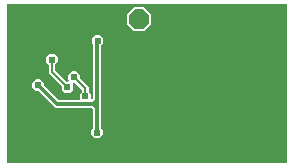
<source format=gbr>
G04 EAGLE Gerber RS-274X export*
G75*
%MOMM*%
%FSLAX34Y34*%
%LPD*%
%AMOC8*
5,1,8,0,0,1.08239X$1,22.5*%
G01*
%ADD10P,1.814519X8X112.500000*%
%ADD11C,0.609600*%
%ADD12C,0.203200*%
%ADD13C,0.304800*%

G36*
X295702Y5223D02*
X295702Y5223D01*
X295804Y5231D01*
X295832Y5243D01*
X295863Y5248D01*
X295955Y5292D01*
X296051Y5330D01*
X296074Y5350D01*
X296102Y5363D01*
X296177Y5433D01*
X296257Y5498D01*
X296274Y5524D01*
X296296Y5545D01*
X296347Y5634D01*
X296404Y5719D01*
X296410Y5743D01*
X296428Y5775D01*
X296486Y6035D01*
X296483Y6073D01*
X296488Y6096D01*
X296488Y139004D01*
X296473Y139106D01*
X296465Y139208D01*
X296453Y139236D01*
X296448Y139267D01*
X296404Y139359D01*
X296366Y139455D01*
X296346Y139478D01*
X296333Y139506D01*
X296263Y139581D01*
X296198Y139661D01*
X296172Y139678D01*
X296151Y139700D01*
X296062Y139751D01*
X295977Y139808D01*
X295953Y139814D01*
X295921Y139832D01*
X295661Y139890D01*
X295623Y139887D01*
X295600Y139892D01*
X60000Y139892D01*
X59898Y139877D01*
X59796Y139869D01*
X59768Y139857D01*
X59737Y139852D01*
X59645Y139808D01*
X59549Y139770D01*
X59526Y139750D01*
X59498Y139737D01*
X59423Y139667D01*
X59343Y139602D01*
X59326Y139576D01*
X59304Y139555D01*
X59253Y139466D01*
X59196Y139381D01*
X59190Y139357D01*
X59172Y139325D01*
X59114Y139065D01*
X59117Y139027D01*
X59112Y139004D01*
X59112Y6096D01*
X59127Y5994D01*
X59135Y5892D01*
X59147Y5864D01*
X59152Y5833D01*
X59196Y5741D01*
X59234Y5645D01*
X59254Y5622D01*
X59267Y5594D01*
X59337Y5519D01*
X59402Y5439D01*
X59428Y5422D01*
X59449Y5400D01*
X59538Y5349D01*
X59623Y5292D01*
X59647Y5286D01*
X59679Y5268D01*
X59939Y5210D01*
X59977Y5213D01*
X60000Y5208D01*
X295600Y5208D01*
X295702Y5223D01*
G37*
%LPC*%
G36*
X133383Y26161D02*
X133383Y26161D01*
X130555Y28989D01*
X130555Y32987D01*
X131819Y34251D01*
X131832Y34268D01*
X131848Y34281D01*
X131910Y34375D01*
X131977Y34465D01*
X131984Y34485D01*
X131995Y34502D01*
X132005Y34547D01*
X132064Y34716D01*
X132068Y34829D01*
X132079Y34879D01*
X132079Y50334D01*
X132076Y50355D01*
X132078Y50376D01*
X132056Y50486D01*
X132039Y50597D01*
X132030Y50616D01*
X132026Y50636D01*
X132002Y50675D01*
X131924Y50836D01*
X131847Y50919D01*
X131819Y50962D01*
X131226Y51555D01*
X131209Y51568D01*
X131196Y51584D01*
X131102Y51646D01*
X131012Y51713D01*
X130992Y51720D01*
X130975Y51731D01*
X130930Y51741D01*
X130761Y51800D01*
X130648Y51804D01*
X130598Y51815D01*
X100232Y51815D01*
X85760Y66287D01*
X85743Y66300D01*
X85730Y66316D01*
X85636Y66378D01*
X85546Y66445D01*
X85526Y66452D01*
X85509Y66463D01*
X85464Y66473D01*
X85295Y66532D01*
X85182Y66536D01*
X85132Y66547D01*
X83345Y66547D01*
X80517Y69375D01*
X80517Y73373D01*
X83345Y76201D01*
X87343Y76201D01*
X90171Y73373D01*
X90171Y71586D01*
X90174Y71565D01*
X90172Y71544D01*
X90194Y71434D01*
X90211Y71323D01*
X90220Y71304D01*
X90224Y71284D01*
X90248Y71245D01*
X90326Y71084D01*
X90403Y71001D01*
X90431Y70958D01*
X102708Y58681D01*
X102725Y58668D01*
X102738Y58652D01*
X102832Y58590D01*
X102922Y58523D01*
X102942Y58516D01*
X102959Y58505D01*
X103004Y58495D01*
X103173Y58436D01*
X103286Y58432D01*
X103336Y58421D01*
X120061Y58421D01*
X120112Y58428D01*
X120163Y58427D01*
X120243Y58448D01*
X120324Y58461D01*
X120370Y58483D01*
X120420Y58497D01*
X120489Y58541D01*
X120563Y58576D01*
X120601Y58612D01*
X120644Y58639D01*
X120697Y58702D01*
X120757Y58758D01*
X120783Y58802D01*
X120816Y58842D01*
X120849Y58917D01*
X120889Y58988D01*
X120900Y59039D01*
X120921Y59086D01*
X120929Y59168D01*
X120947Y59248D01*
X120943Y59299D01*
X120948Y59351D01*
X120932Y59431D01*
X120925Y59513D01*
X120906Y59561D01*
X120896Y59611D01*
X120868Y59655D01*
X120826Y59760D01*
X120713Y59899D01*
X120689Y59937D01*
X120649Y59977D01*
X120649Y63975D01*
X122421Y65747D01*
X122434Y65764D01*
X122450Y65777D01*
X122512Y65871D01*
X122579Y65961D01*
X122586Y65981D01*
X122597Y65998D01*
X122607Y66043D01*
X122666Y66212D01*
X122670Y66325D01*
X122681Y66375D01*
X122681Y66792D01*
X122678Y66813D01*
X122680Y66834D01*
X122658Y66944D01*
X122641Y67055D01*
X122632Y67074D01*
X122628Y67095D01*
X122604Y67133D01*
X122526Y67295D01*
X122449Y67377D01*
X122421Y67421D01*
X116955Y72887D01*
X116938Y72900D01*
X116924Y72916D01*
X116831Y72978D01*
X116741Y73045D01*
X116721Y73052D01*
X116703Y73063D01*
X116659Y73073D01*
X116490Y73132D01*
X116377Y73136D01*
X116326Y73147D01*
X115401Y73147D01*
X115350Y73140D01*
X115299Y73141D01*
X115219Y73120D01*
X115138Y73107D01*
X115092Y73085D01*
X115042Y73071D01*
X114973Y73027D01*
X114899Y72992D01*
X114861Y72956D01*
X114818Y72929D01*
X114765Y72866D01*
X114705Y72810D01*
X114679Y72765D01*
X114646Y72726D01*
X114613Y72651D01*
X114573Y72580D01*
X114562Y72529D01*
X114541Y72482D01*
X114533Y72400D01*
X114515Y72320D01*
X114519Y72269D01*
X114514Y72217D01*
X114530Y72137D01*
X114537Y72055D01*
X114556Y72007D01*
X114566Y71957D01*
X114594Y71913D01*
X114636Y71808D01*
X114749Y71669D01*
X114773Y71631D01*
X115063Y71341D01*
X115063Y67343D01*
X112235Y64515D01*
X108237Y64515D01*
X105409Y67343D01*
X105409Y69848D01*
X105406Y69869D01*
X105408Y69890D01*
X105386Y70000D01*
X105369Y70111D01*
X105360Y70130D01*
X105356Y70151D01*
X105332Y70189D01*
X105254Y70351D01*
X105177Y70433D01*
X105149Y70477D01*
X96147Y79479D01*
X96146Y79479D01*
X94249Y81376D01*
X94249Y88271D01*
X94246Y88291D01*
X94248Y88312D01*
X94226Y88423D01*
X94209Y88534D01*
X94200Y88552D01*
X94196Y88573D01*
X94172Y88612D01*
X94094Y88773D01*
X94017Y88855D01*
X93989Y88899D01*
X92217Y90671D01*
X92217Y94669D01*
X95045Y97497D01*
X99043Y97497D01*
X101871Y94669D01*
X101871Y90671D01*
X100099Y88899D01*
X100086Y88882D01*
X100070Y88869D01*
X100008Y88775D01*
X99941Y88685D01*
X99934Y88665D01*
X99923Y88648D01*
X99913Y88603D01*
X99854Y88434D01*
X99850Y88321D01*
X99839Y88271D01*
X99839Y84060D01*
X99842Y84039D01*
X99840Y84018D01*
X99862Y83907D01*
X99879Y83797D01*
X99888Y83778D01*
X99892Y83757D01*
X99916Y83719D01*
X99994Y83557D01*
X100071Y83475D01*
X100099Y83431D01*
X109101Y74429D01*
X109118Y74416D01*
X109132Y74400D01*
X109225Y74338D01*
X109315Y74271D01*
X109335Y74264D01*
X109353Y74253D01*
X109397Y74243D01*
X109566Y74184D01*
X109679Y74180D01*
X109730Y74169D01*
X110655Y74169D01*
X110706Y74176D01*
X110757Y74175D01*
X110837Y74196D01*
X110918Y74209D01*
X110964Y74231D01*
X111014Y74245D01*
X111083Y74289D01*
X111157Y74324D01*
X111195Y74360D01*
X111238Y74387D01*
X111291Y74450D01*
X111351Y74506D01*
X111377Y74551D01*
X111410Y74590D01*
X111443Y74665D01*
X111483Y74736D01*
X111494Y74787D01*
X111515Y74834D01*
X111523Y74916D01*
X111541Y74996D01*
X111537Y75047D01*
X111542Y75099D01*
X111526Y75179D01*
X111519Y75261D01*
X111500Y75309D01*
X111490Y75359D01*
X111462Y75403D01*
X111420Y75508D01*
X111307Y75647D01*
X111283Y75685D01*
X110993Y75975D01*
X110993Y79973D01*
X113821Y82801D01*
X117819Y82801D01*
X120647Y79973D01*
X120647Y77468D01*
X120650Y77447D01*
X120648Y77426D01*
X120670Y77316D01*
X120687Y77205D01*
X120696Y77186D01*
X120700Y77165D01*
X120724Y77127D01*
X120802Y76965D01*
X120879Y76883D01*
X120907Y76839D01*
X128271Y69476D01*
X128271Y66375D01*
X128274Y66355D01*
X128272Y66334D01*
X128294Y66223D01*
X128311Y66112D01*
X128320Y66094D01*
X128324Y66073D01*
X128348Y66034D01*
X128426Y65873D01*
X128503Y65791D01*
X128531Y65747D01*
X130303Y63975D01*
X130303Y59902D01*
X130312Y59842D01*
X130311Y59780D01*
X130332Y59711D01*
X130343Y59639D01*
X130369Y59584D01*
X130386Y59526D01*
X130427Y59465D01*
X130458Y59400D01*
X130500Y59355D01*
X130534Y59304D01*
X130590Y59259D01*
X130640Y59205D01*
X130693Y59175D01*
X130740Y59137D01*
X130807Y59110D01*
X130870Y59074D01*
X130930Y59060D01*
X130987Y59037D01*
X131059Y59032D01*
X131130Y59016D01*
X131191Y59021D01*
X131252Y59016D01*
X131323Y59031D01*
X131395Y59037D01*
X131451Y59060D01*
X131511Y59073D01*
X131574Y59109D01*
X131642Y59136D01*
X131689Y59175D01*
X131742Y59205D01*
X131772Y59243D01*
X131848Y59304D01*
X131965Y59479D01*
X131985Y59505D01*
X131989Y59516D01*
X131995Y59525D01*
X132003Y59557D01*
X132067Y59758D01*
X132069Y59855D01*
X132079Y59902D01*
X132079Y105295D01*
X132076Y105315D01*
X132078Y105336D01*
X132056Y105447D01*
X132039Y105558D01*
X132030Y105576D01*
X132026Y105597D01*
X132002Y105636D01*
X131924Y105797D01*
X131847Y105879D01*
X131819Y105923D01*
X130903Y106839D01*
X130903Y110837D01*
X133731Y113665D01*
X137729Y113665D01*
X140557Y110837D01*
X140557Y106839D01*
X138945Y105227D01*
X138932Y105210D01*
X138916Y105197D01*
X138854Y105103D01*
X138787Y105013D01*
X138780Y104993D01*
X138769Y104976D01*
X138759Y104931D01*
X138700Y104762D01*
X138696Y104649D01*
X138685Y104599D01*
X138685Y34879D01*
X138688Y34859D01*
X138686Y34838D01*
X138708Y34727D01*
X138725Y34616D01*
X138734Y34598D01*
X138738Y34577D01*
X138762Y34538D01*
X138840Y34377D01*
X138917Y34295D01*
X138945Y34251D01*
X140209Y32987D01*
X140209Y28989D01*
X137381Y26161D01*
X133383Y26161D01*
G37*
%LPD*%
%LPC*%
G36*
X166733Y116839D02*
X166733Y116839D01*
X160781Y122791D01*
X160781Y131209D01*
X166733Y137161D01*
X175151Y137161D01*
X181103Y131209D01*
X181103Y122791D01*
X175151Y116839D01*
X166733Y116839D01*
G37*
%LPD*%
D10*
X170942Y127000D03*
D11*
X206756Y96012D03*
X207010Y84074D03*
X95250Y72644D03*
X144018Y101092D03*
X134620Y124460D03*
X107188Y123952D03*
X162814Y12446D03*
X188214Y122936D03*
X185420Y34290D03*
X110236Y69342D03*
D12*
X97044Y82534D01*
X97044Y92670D01*
D11*
X97044Y92670D03*
X125476Y61976D03*
D12*
X125476Y68318D01*
X115820Y77974D01*
D11*
X115820Y77974D03*
X135382Y30988D03*
D13*
X135382Y52070D01*
X135382Y58166D01*
X135382Y108490D01*
X135730Y108838D01*
D11*
X135730Y108838D03*
X85344Y71374D03*
D13*
X101600Y55118D01*
X132334Y55118D02*
X135382Y58166D01*
X132334Y55118D02*
X101600Y55118D01*
X132334Y55118D02*
X135382Y52070D01*
M02*

</source>
